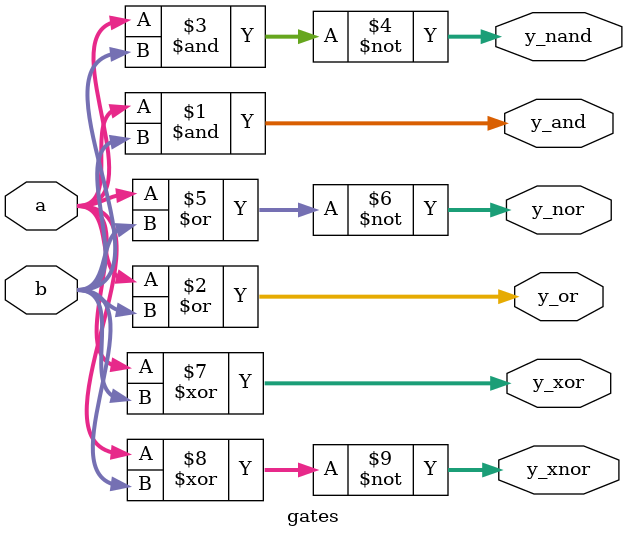
<source format=v>
`timescale 1ns/1ps

module gates #(parameter n = 4) (a, b, y_and, y_or, y_nand, y_nor, y_xor, y_xnor);

    input [n-1:0] a, b;
    output [n-1:0] y_and, y_or, y_nand, y_nor, y_xor, y_xnor;

    assign y_and = a & b;
    assign y_or = a | b;
    assign y_nand = ~(a & b);
    assign y_nor = ~(a | b);
    assign y_xor = a ^ b;
    assign y_xnor = ~(a ^ b);

endmodule
</source>
